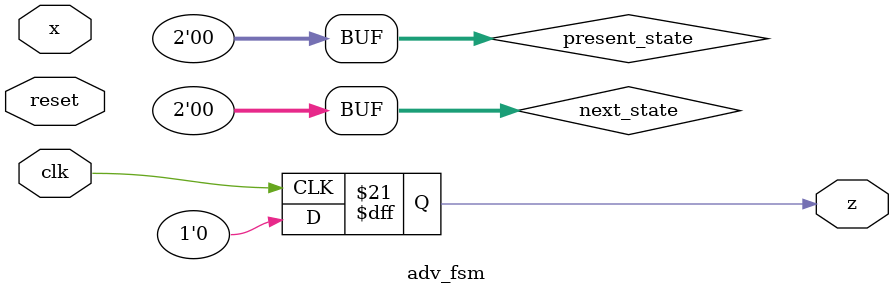
<source format=v>
module adv_fsm(
input clk,
input reset,
input x,
output z ); 
reg [1:0] present_state, next_state;
parameter IDLE=0, S1=1, S10=2, S101=3;
// output signal z is asserted to 1 when present_state is S101 
// present_state is reset to IDLE when rset is high
// otherwise it is assigned next state
// if present_state is IDLE, next_state is assigned S1 if x is 1, otherwise next_state stays at IDLE
// if present_state is S1, next_state is assigned S10 if x is 0, otherwise next_state stays at IDLE 
// if present_state is S10, next_state is assigned S101 if x is 1, otherwise next_state stays at IDLE 
// if present_state is S101, next_state is assigned IDLE


always begin
	present_state <= IDLE;
	next_state <= IDLE;
end

always @(posedge clk or posedge reset) begin
	if (reset) begin
		present_state <= IDLE;
		next_state <= IDLE;
	end
	else begin
		if (present_state == IDLE) begin
 			if (x == 1) begin
 				present_state <= S1;
 				next_state <= S10;
 			end else if (x == 0) begin
 				present_state <= S10;
 				next_state <= IDLE;
 			end
			end
	end
end

always @(posedge clk) begin
	z <= present_state;
end

endmodule

</source>
